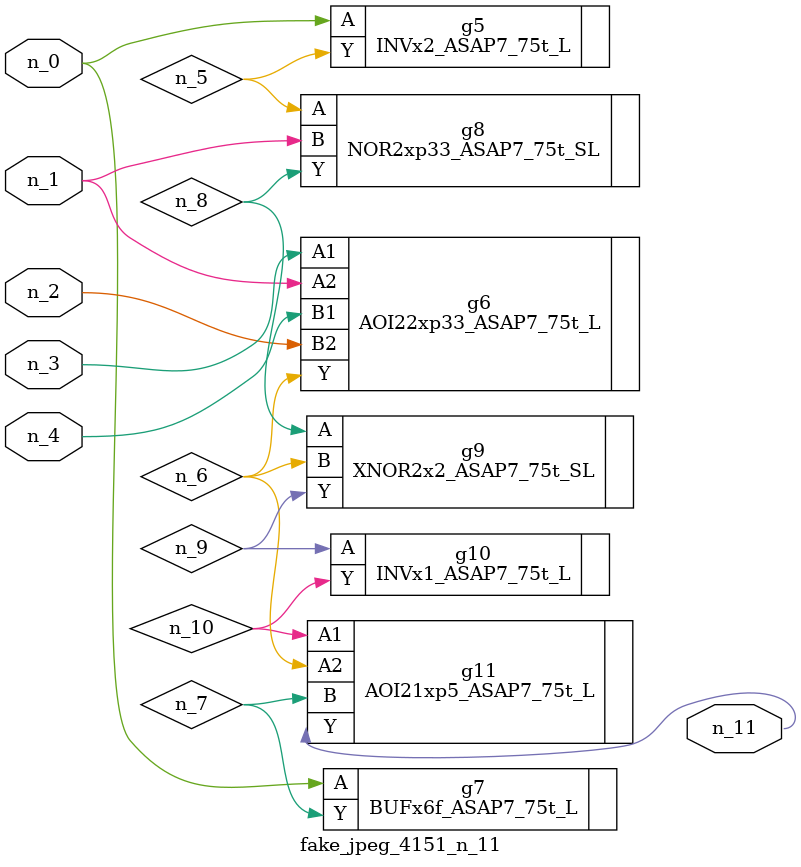
<source format=v>
module fake_jpeg_4151_n_11 (n_3, n_2, n_1, n_0, n_4, n_11);

input n_3;
input n_2;
input n_1;
input n_0;
input n_4;

output n_11;

wire n_10;
wire n_8;
wire n_9;
wire n_6;
wire n_5;
wire n_7;

INVx2_ASAP7_75t_L g5 ( 
.A(n_0),
.Y(n_5)
);

AOI22xp33_ASAP7_75t_L g6 ( 
.A1(n_3),
.A2(n_1),
.B1(n_4),
.B2(n_2),
.Y(n_6)
);

BUFx6f_ASAP7_75t_L g7 ( 
.A(n_0),
.Y(n_7)
);

NOR2xp33_ASAP7_75t_SL g8 ( 
.A(n_5),
.B(n_1),
.Y(n_8)
);

XNOR2x2_ASAP7_75t_SL g9 ( 
.A(n_8),
.B(n_6),
.Y(n_9)
);

INVx1_ASAP7_75t_L g10 ( 
.A(n_9),
.Y(n_10)
);

AOI21xp5_ASAP7_75t_L g11 ( 
.A1(n_10),
.A2(n_6),
.B(n_7),
.Y(n_11)
);


endmodule
</source>
